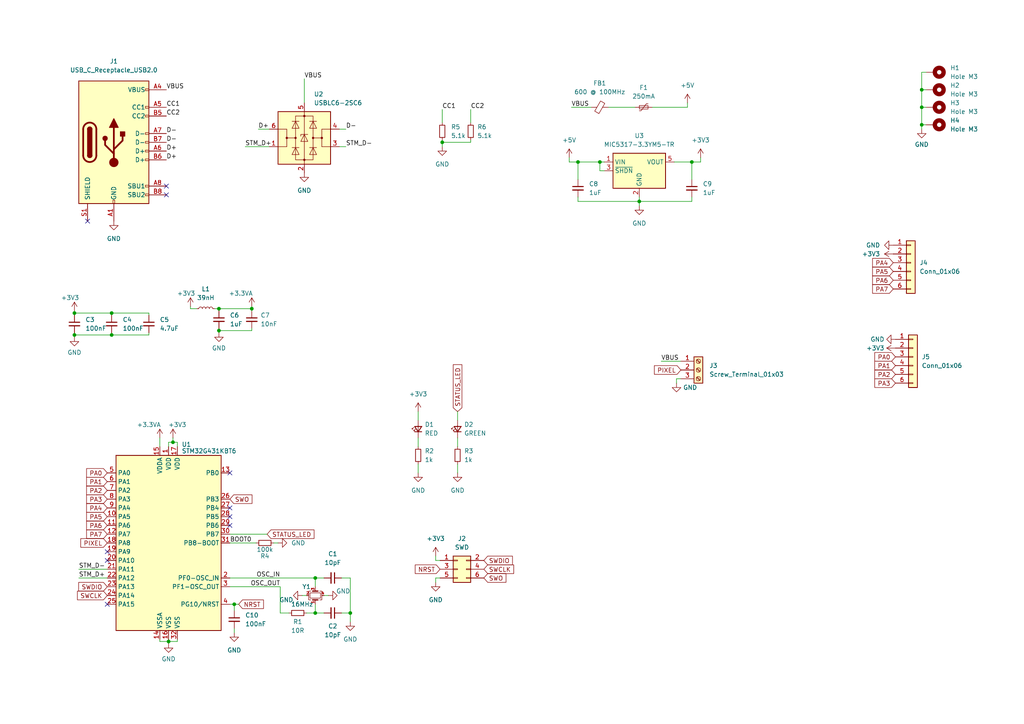
<source format=kicad_sch>
(kicad_sch (version 20211123) (generator eeschema)
  (paper "A4")
  (lib_symbols
    (symbol "Connector:Screw_Terminal_01x03" (pin_names (offset 1.016) hide)
      (property "Reference" "J" (at 0 5.08 0))
      (property "Value" "Screw_Terminal_01x03" (at 0 -5.08 0))
      (symbol "Screw_Terminal_01x03_1_1"
        (rectangle (start -1.27 3.81) (end 1.27 -3.81) (stroke (width 0.254)) (fill (type background)))
        (circle (center 0 -2.54) (radius 0.635) (stroke (width 0.1524)))
        (polyline (pts (xy -0.5334 -2.2098) (xy 0.3302 -3.048)) (stroke (width 0.1524)))
        (polyline (pts (xy -0.5334 0.3302) (xy 0.3302 -0.508)) (stroke (width 0.1524)))
        (polyline (pts (xy -0.5334 2.8702) (xy 0.3302 2.032)) (stroke (width 0.1524)))
        (polyline (pts (xy -0.3556 -2.032) (xy 0.508 -2.8702)) (stroke (width 0.1524)))
        (polyline (pts (xy -0.3556 0.508) (xy 0.508 -0.3302)) (stroke (width 0.1524)))
        (polyline (pts (xy -0.3556 3.048) (xy 0.508 2.2098)) (stroke (width 0.1524)))
        (circle (center 0 0) (radius 0.635) (stroke (width 0.1524)))
        (circle (center 0 2.54) (radius 0.635) (stroke (width 0.1524)))
        (pin passive line (at -5.08 2.54 0) (length 3.81) (name "Pin_1") (number "1"))
        (pin passive line (at -5.08 0 0) (length 3.81) (name "Pin_2") (number "2"))
        (pin passive line (at -5.08 -2.54 0) (length 3.81) (name "Pin_3") (number "3"))
      )
    )
    (symbol "Connector:USB_C_Receptacle_USB2.0" (pin_names (offset 1.016))
      (property "Reference" "J" (at -10.16 19.05 0))
      (property "Value" "USB_C_Receptacle_USB2.0" (at 19.05 19.05 0))
      (symbol "USB_C_Receptacle_USB2.0_0_0"
        (rectangle (start -0.254 -17.78) (end 0.254 -16.764))
        (rectangle (start 10.16 -14.986) (end 9.144 -15.494))
        (rectangle (start 10.16 -12.446) (end 9.144 -12.954))
        (rectangle (start 10.16 -4.826) (end 9.144 -5.334))
        (rectangle (start 10.16 -2.286) (end 9.144 -2.794))
        (rectangle (start 10.16 0.254) (end 9.144 -0.254))
        (rectangle (start 10.16 2.794) (end 9.144 2.286))
        (rectangle (start 10.16 7.874) (end 9.144 7.366))
        (rectangle (start 10.16 10.414) (end 9.144 9.906))
        (rectangle (start 10.16 15.494) (end 9.144 14.986))
      )
      (symbol "USB_C_Receptacle_USB2.0_0_1"
        (rectangle (start -10.16 17.78) (end 10.16 -17.78) (stroke (width 0.254)) (fill (type background)))
        (arc (start -8.89 -3.81) (mid -6.985 -5.715) (end -5.08 -3.81) (stroke (width 0.508)))
        (arc (start -7.62 -3.81) (mid -6.985 -4.445) (end -6.35 -3.81) (stroke (width 0.254)))
        (arc (start -7.62 -3.81) (mid -6.985 -4.445) (end -6.35 -3.81) (stroke (width 0.254)) (fill (type outline)))
        (rectangle (start -7.62 -3.81) (end -6.35 3.81) (stroke (width 0.254)) (fill (type outline)))
        (arc (start -6.35 3.81) (mid -6.985 4.445) (end -7.62 3.81) (stroke (width 0.254)))
        (arc (start -6.35 3.81) (mid -6.985 4.445) (end -7.62 3.81) (stroke (width 0.254)) (fill (type outline)))
        (arc (start -5.08 3.81) (mid -6.985 5.715) (end -8.89 3.81) (stroke (width 0.508)))
        (circle (center -2.54 1.143) (radius 0.635) (stroke (width 0.254)) (fill (type outline)))
        (circle (center 0 -5.842) (radius 1.27) (fill (type outline)))
        (polyline (pts (xy -8.89 -3.81) (xy -8.89 3.81)) (stroke (width 0.508)))
        (polyline (pts (xy -5.08 3.81) (xy -5.08 -3.81)) (stroke (width 0.508)))
        (polyline (pts (xy 0 -5.842) (xy 0 4.318)) (stroke (width 0.508)))
        (polyline (pts (xy 0 -3.302) (xy -2.54 -0.762) (xy -2.54 0.508)) (stroke (width 0.508)))
        (polyline (pts (xy 0 -2.032) (xy 2.54 0.508) (xy 2.54 1.778)) (stroke (width 0.508)))
        (polyline (pts (xy -1.27 4.318) (xy 0 6.858) (xy 1.27 4.318) (xy -1.27 4.318)) (stroke (width 0.254)) (fill (type outline)))
        (rectangle (start 1.905 1.778) (end 3.175 3.048) (stroke (width 0.254)) (fill (type outline)))
      )
      (symbol "USB_C_Receptacle_USB2.0_1_1"
        (pin passive line (at 0 -22.86 90) (length 5.08) (name "GND") (number "A1"))
        (pin passive line (at 0 -22.86 90) (length 5.08) hide (name "GND") (number "A12"))
        (pin passive line (at 15.24 15.24 180) (length 5.08) (name "VBUS") (number "A4"))
        (pin bidirectional line (at 15.24 10.16 180) (length 5.08) (name "CC1") (number "A5"))
        (pin bidirectional line (at 15.24 -2.54 180) (length 5.08) (name "D+") (number "A6"))
        (pin bidirectional line (at 15.24 2.54 180) (length 5.08) (name "D-") (number "A7"))
        (pin bidirectional line (at 15.24 -12.7 180) (length 5.08) (name "SBU1") (number "A8"))
        (pin passive line (at 15.24 15.24 180) (length 5.08) hide (name "VBUS") (number "A9"))
        (pin passive line (at 0 -22.86 90) (length 5.08) hide (name "GND") (number "B1"))
        (pin passive line (at 0 -22.86 90) (length 5.08) hide (name "GND") (number "B12"))
        (pin passive line (at 15.24 15.24 180) (length 5.08) hide (name "VBUS") (number "B4"))
        (pin bidirectional line (at 15.24 7.62 180) (length 5.08) (name "CC2") (number "B5"))
        (pin bidirectional line (at 15.24 -5.08 180) (length 5.08) (name "D+") (number "B6"))
        (pin bidirectional line (at 15.24 0 180) (length 5.08) (name "D-") (number "B7"))
        (pin bidirectional line (at 15.24 -15.24 180) (length 5.08) (name "SBU2") (number "B8"))
        (pin passive line (at 15.24 15.24 180) (length 5.08) hide (name "VBUS") (number "B9"))
        (pin passive line (at -7.62 -22.86 90) (length 5.08) (name "SHIELD") (number "S1"))
      )
    )
    (symbol "Connector_Generic:Conn_01x06" (pin_names (offset 1.016) hide)
      (property "Reference" "J" (at 0 7.62 0))
      (property "Value" "Conn_01x06" (at 0 -10.16 0))
      (symbol "Conn_01x06_1_1"
        (rectangle (start -1.27 -7.493) (end 0 -7.747) (stroke (width 0.1524)))
        (rectangle (start -1.27 -4.953) (end 0 -5.207) (stroke (width 0.1524)))
        (rectangle (start -1.27 -2.413) (end 0 -2.667) (stroke (width 0.1524)))
        (rectangle (start -1.27 0.127) (end 0 -0.127) (stroke (width 0.1524)))
        (rectangle (start -1.27 2.667) (end 0 2.413) (stroke (width 0.1524)))
        (rectangle (start -1.27 5.207) (end 0 4.953) (stroke (width 0.1524)))
        (rectangle (start -1.27 6.35) (end 1.27 -8.89) (stroke (width 0.254)) (fill (type background)))
        (pin passive line (at -5.08 5.08 0) (length 3.81) (name "Pin_1") (number "1"))
        (pin passive line (at -5.08 2.54 0) (length 3.81) (name "Pin_2") (number "2"))
        (pin passive line (at -5.08 0 0) (length 3.81) (name "Pin_3") (number "3"))
        (pin passive line (at -5.08 -2.54 0) (length 3.81) (name "Pin_4") (number "4"))
        (pin passive line (at -5.08 -5.08 0) (length 3.81) (name "Pin_5") (number "5"))
        (pin passive line (at -5.08 -7.62 0) (length 3.81) (name "Pin_6") (number "6"))
      )
    )
    (symbol "Connector_Generic:Conn_02x03_Odd_Even" (pin_names (offset 1.016) hide)
      (property "Reference" "J" (at 1.27 5.08 0))
      (property "Value" "Conn_02x03_Odd_Even" (at 1.27 -5.08 0))
      (symbol "Conn_02x03_Odd_Even_1_1"
        (rectangle (start -1.27 -2.413) (end 0 -2.667) (stroke (width 0.1524)))
        (rectangle (start -1.27 0.127) (end 0 -0.127) (stroke (width 0.1524)))
        (rectangle (start -1.27 2.667) (end 0 2.413) (stroke (width 0.1524)))
        (rectangle (start -1.27 3.81) (end 3.81 -3.81) (stroke (width 0.254)) (fill (type background)))
        (rectangle (start 3.81 -2.413) (end 2.54 -2.667) (stroke (width 0.1524)))
        (rectangle (start 3.81 0.127) (end 2.54 -0.127) (stroke (width 0.1524)))
        (rectangle (start 3.81 2.667) (end 2.54 2.413) (stroke (width 0.1524)))
        (pin passive line (at -5.08 2.54 0) (length 3.81) (name "Pin_1") (number "1"))
        (pin passive line (at 7.62 2.54 180) (length 3.81) (name "Pin_2") (number "2"))
        (pin passive line (at -5.08 0 0) (length 3.81) (name "Pin_3") (number "3"))
        (pin passive line (at 7.62 0 180) (length 3.81) (name "Pin_4") (number "4"))
        (pin passive line (at -5.08 -2.54 0) (length 3.81) (name "Pin_5") (number "5"))
        (pin passive line (at 7.62 -2.54 180) (length 3.81) (name "Pin_6") (number "6"))
      )
    )
    (symbol "Device:C_Small" (pin_numbers hide) (pin_names (offset 0.254) hide)
      (property "Reference" "C" (at 0.254 1.778 0))
      (property "Value" "C_Small" (at 0.254 -2.032 0))
      (symbol "C_Small_0_1"
        (polyline (pts (xy -1.524 -0.508) (xy 1.524 -0.508)) (stroke (width 0.3302)))
        (polyline (pts (xy -1.524 0.508) (xy 1.524 0.508)) (stroke (width 0.3048)))
      )
      (symbol "C_Small_1_1"
        (pin passive line (at 0 2.54 270) (length 2.032) (name "~") (number "1"))
        (pin passive line (at 0 -2.54 90) (length 2.032) (name "~") (number "2"))
      )
    )
    (symbol "Device:Crystal_GND24_Small" (pin_names (offset 1.016) hide)
      (property "Reference" "Y" (at 1.27 4.445 0))
      (property "Value" "Crystal_GND24_Small" (at 1.27 2.54 0))
      (symbol "Crystal_GND24_Small_0_1"
        (rectangle (start -0.762 -1.524) (end 0.762 1.524))
        (polyline (pts (xy -1.27 -0.762) (xy -1.27 0.762)) (stroke (width 0.381)))
        (polyline (pts (xy 1.27 -0.762) (xy 1.27 0.762)) (stroke (width 0.381)))
        (polyline (pts (xy -1.27 -1.27) (xy -1.27 -1.905) (xy 1.27 -1.905) (xy 1.27 -1.27)))
        (polyline (pts (xy -1.27 1.27) (xy -1.27 1.905) (xy 1.27 1.905) (xy 1.27 1.27)))
      )
      (symbol "Crystal_GND24_Small_1_1"
        (pin passive line (at -2.54 0 0) (length 1.27) (name "1") (number "1"))
        (pin passive line (at 0 -2.54 90) (length 0.635) (name "2") (number "2"))
        (pin passive line (at 2.54 0 180) (length 1.27) (name "3") (number "3"))
        (pin passive line (at 0 2.54 270) (length 0.635) (name "4") (number "4"))
      )
    )
    (symbol "Device:FerriteBead_Small" (pin_numbers hide) (pin_names (offset 0))
      (property "Reference" "FB" (at 1.905 1.27 0))
      (property "Value" "FerriteBead_Small" (at 1.905 -1.27 0))
      (symbol "FerriteBead_Small_0_1"
        (polyline (pts (xy 0 -1.27) (xy 0 -0.7874)))
        (polyline (pts (xy 0 0.889) (xy 0 1.2954)))
        (polyline (pts (xy -1.8288 0.2794) (xy -1.1176 1.4986) (xy 1.8288 -0.2032) (xy 1.1176 -1.4224) (xy -1.8288 0.2794)))
      )
      (symbol "FerriteBead_Small_1_1"
        (pin passive line (at 0 2.54 270) (length 1.27) (name "~") (number "1"))
        (pin passive line (at 0 -2.54 90) (length 1.27) (name "~") (number "2"))
      )
    )
    (symbol "Device:LED_Small" (pin_numbers hide) (pin_names (offset 0.254) hide)
      (property "Reference" "D" (at -1.27 3.175 0))
      (property "Value" "LED_Small" (at -4.445 -2.54 0))
      (symbol "LED_Small_0_1"
        (polyline (pts (xy -0.762 -1.016) (xy -0.762 1.016)) (stroke (width 0.254)))
        (polyline (pts (xy 1.016 0) (xy -0.762 0)))
        (polyline (pts (xy 0.762 -1.016) (xy -0.762 0) (xy 0.762 1.016) (xy 0.762 -1.016)) (stroke (width 0.254)))
        (polyline (pts (xy 0 0.762) (xy -0.508 1.27) (xy -0.254 1.27) (xy -0.508 1.27) (xy -0.508 1.016)))
        (polyline (pts (xy 0.508 1.27) (xy 0 1.778) (xy 0.254 1.778) (xy 0 1.778) (xy 0 1.524)))
      )
      (symbol "LED_Small_1_1"
        (pin passive line (at -2.54 0 0) (length 1.778) (name "K") (number "1"))
        (pin passive line (at 2.54 0 180) (length 1.778) (name "A") (number "2"))
      )
    )
    (symbol "Device:L_Small" (pin_numbers hide) (pin_names (offset 0.254) hide)
      (property "Reference" "L" (at 0.762 1.016 0))
      (property "Value" "L_Small" (at 0.762 -1.016 0))
      (symbol "L_Small_0_1"
        (arc (start 0 -2.032) (mid 0.508 -1.524) (end 0 -1.016))
        (arc (start 0 -1.016) (mid 0.508 -0.508) (end 0 0))
        (arc (start 0 0) (mid 0.508 0.508) (end 0 1.016))
        (arc (start 0 1.016) (mid 0.508 1.524) (end 0 2.032))
      )
      (symbol "L_Small_1_1"
        (pin passive line (at 0 2.54 270) (length 0.508) (name "~") (number "1"))
        (pin passive line (at 0 -2.54 90) (length 0.508) (name "~") (number "2"))
      )
    )
    (symbol "Device:Polyfuse_Small" (pin_numbers hide) (pin_names (offset 0))
      (property "Reference" "F" (at -1.905 0 90))
      (property "Value" "Polyfuse_Small" (at 1.905 0 90))
      (symbol "Polyfuse_Small_0_1"
        (rectangle (start -0.508 1.27) (end 0.508 -1.27))
        (polyline (pts (xy 0 2.54) (xy 0 -2.54)))
        (polyline (pts (xy -1.016 1.27) (xy -1.016 0.762) (xy 1.016 -0.762) (xy 1.016 -1.27)))
      )
      (symbol "Polyfuse_Small_1_1"
        (pin passive line (at 0 2.54 270) (length 0.635) (name "~") (number "1"))
        (pin passive line (at 0 -2.54 90) (length 0.635) (name "~") (number "2"))
      )
    )
    (symbol "Device:R_Small" (pin_numbers hide) (pin_names (offset 0.254) hide)
      (property "Reference" "R" (at 0.762 0.508 0))
      (property "Value" "R_Small" (at 0.762 -1.016 0))
      (symbol "R_Small_0_1"
        (rectangle (start -0.762 1.778) (end 0.762 -1.778) (stroke (width 0.2032)))
      )
      (symbol "R_Small_1_1"
        (pin passive line (at 0 2.54 270) (length 0.762) (name "~") (number "1"))
        (pin passive line (at 0 -2.54 90) (length 0.762) (name "~") (number "2"))
      )
    )
    (symbol "Mechanical:MountingHole_Pad" (pin_numbers hide) (pin_names (offset 1.016) hide)
      (property "Reference" "H" (at 0 6.35 0))
      (property "Value" "MountingHole_Pad" (at 0 4.445 0))
      (symbol "MountingHole_Pad_0_1"
        (circle (center 0 1.27) (radius 1.27) (stroke (width 1.27)))
      )
      (symbol "MountingHole_Pad_1_1"
        (pin input line (at 0 -2.54 90) (length 2.54) (name "1") (number "1"))
      )
    )
    (symbol "Power_Protection:USBLC6-2SC6" (pin_names hide)
      (property "Reference" "U" (at 2.54 8.89 0))
      (property "Value" "USBLC6-2SC6" (at 2.54 -8.89 0))
      (symbol "USBLC6-2SC6_0_1"
        (rectangle (start -7.62 -7.62) (end 7.62 7.62) (stroke (width 0.254)) (fill (type background)))
        (circle (center -5.08 0) (radius 0.254) (fill (type outline)))
        (circle (center -2.54 0) (radius 0.254) (fill (type outline)))
        (rectangle (start -2.54 6.35) (end 2.54 -6.35))
        (circle (center 0 -6.35) (radius 0.254) (fill (type outline)))
        (polyline (pts (xy -5.08 -2.54) (xy -7.62 -2.54)))
        (polyline (pts (xy -5.08 0) (xy -5.08 -2.54)))
        (polyline (pts (xy -5.08 2.54) (xy -7.62 2.54)))
        (polyline (pts (xy -1.524 -2.794) (xy -3.556 -2.794)))
        (polyline (pts (xy -1.524 4.826) (xy -3.556 4.826)))
        (polyline (pts (xy 0 -7.62) (xy 0 -6.35)))
        (polyline (pts (xy 0 -6.35) (xy 0 1.27)))
        (polyline (pts (xy 0 1.27) (xy 0 6.35)))
        (polyline (pts (xy 0 6.35) (xy 0 7.62)))
        (polyline (pts (xy 1.524 -2.794) (xy 3.556 -2.794)))
        (polyline (pts (xy 1.524 4.826) (xy 3.556 4.826)))
        (polyline (pts (xy 5.08 -2.54) (xy 7.62 -2.54)))
        (polyline (pts (xy 5.08 0) (xy 5.08 -2.54)))
        (polyline (pts (xy 5.08 2.54) (xy 7.62 2.54)))
        (polyline (pts (xy -2.54 0) (xy -5.08 0) (xy -5.08 2.54)))
        (polyline (pts (xy 2.54 0) (xy 5.08 0) (xy 5.08 2.54)))
        (polyline (pts (xy -3.556 -4.826) (xy -1.524 -4.826) (xy -2.54 -2.794) (xy -3.556 -4.826)))
        (polyline (pts (xy -3.556 2.794) (xy -1.524 2.794) (xy -2.54 4.826) (xy -3.556 2.794)))
        (polyline (pts (xy -1.016 -1.016) (xy 1.016 -1.016) (xy 0 1.016) (xy -1.016 -1.016)))
        (polyline (pts (xy 1.016 1.016) (xy 0.762 1.016) (xy -1.016 1.016) (xy -1.016 0.508)))
        (polyline (pts (xy 3.556 -4.826) (xy 1.524 -4.826) (xy 2.54 -2.794) (xy 3.556 -4.826)))
        (polyline (pts (xy 3.556 2.794) (xy 1.524 2.794) (xy 2.54 4.826) (xy 3.556 2.794)))
        (circle (center 0 6.35) (radius 0.254) (fill (type outline)))
        (circle (center 2.54 0) (radius 0.254) (fill (type outline)))
        (circle (center 5.08 0) (radius 0.254) (fill (type outline)))
      )
      (symbol "USBLC6-2SC6_1_1"
        (pin passive line (at -10.16 -2.54 0) (length 2.54) (name "I/O1") (number "1"))
        (pin passive line (at 0 -10.16 90) (length 2.54) (name "GND") (number "2"))
        (pin passive line (at 10.16 -2.54 180) (length 2.54) (name "I/O2") (number "3"))
        (pin passive line (at 10.16 2.54 180) (length 2.54) (name "I/O2") (number "4"))
        (pin passive line (at 0 10.16 270) (length 2.54) (name "VBUS") (number "5"))
        (pin passive line (at -10.16 2.54 0) (length 2.54) (name "I/O1") (number "6"))
      )
    )
    (symbol "Regulator_Linear:MCP1802x-xx02xOT"
      (property "Reference" "U" (at -6.35 6.35 0))
      (property "Value" "MCP1802x-xx02xOT" (at 0 6.35 0))
      (symbol "MCP1802x-xx02xOT_0_1"
        (rectangle (start -7.62 5.08) (end 7.62 -5.08) (stroke (width 0.254)) (fill (type background)))
      )
      (symbol "MCP1802x-xx02xOT_1_1"
        (pin power_in line (at -10.16 2.54 0) (length 2.54) (name "VIN") (number "1"))
        (pin power_in line (at 0 -7.62 90) (length 2.54) (name "GND") (number "2"))
        (pin input line (at -10.16 0 0) (length 2.54) (name "~{SHDN}") (number "3"))
        (pin no_connect line (at 7.62 0 180) (length 2.54) hide (name "NC") (number "4"))
        (pin power_out line (at 10.16 2.54 180) (length 2.54) (name "VOUT") (number "5"))
      )
    )
    (symbol "STM32G431KBT6:STM32G431KBT6"
      (property "Reference" "U" (at -15.24 26.67 0))
      (property "Value" "STM32G431KBT6" (at 3.81 26.67 0))
      (symbol "STM32G431KBT6_0_1"
        (rectangle (start -15.24 -25.4) (end 15.24 25.4) (stroke (width 0.254)) (fill (type background)))
      )
      (symbol "STM32G431KBT6_1_1"
        (pin power_in line (at 0 27.94 270) (length 2.54) (name "VDD") (number "1"))
        (pin bidirectional line (at -17.78 7.62 0) (length 2.54) (name "PA5") (number "10"))
        (pin bidirectional line (at -17.78 5.08 0) (length 2.54) (name "PA6") (number "11"))
        (pin bidirectional line (at -17.78 2.54 0) (length 2.54) (name "PA7") (number "12"))
        (pin bidirectional line (at 17.78 20.32 180) (length 2.54) (name "PB0") (number "13"))
        (pin power_in line (at -2.54 -27.94 90) (length 2.54) (name "VSSA") (number "14"))
        (pin power_in line (at -2.54 27.94 270) (length 2.54) (name "VDDA") (number "15"))
        (pin power_in line (at 0 -27.94 90) (length 2.54) (name "VSS") (number "16"))
        (pin power_in line (at 2.54 27.94 270) (length 2.54) (name "VDD") (number "17"))
        (pin bidirectional line (at -17.78 0 0) (length 2.54) (name "PA8") (number "18"))
        (pin bidirectional line (at -17.78 -2.54 0) (length 2.54) (name "PA9") (number "19"))
        (pin bidirectional line (at 17.78 -10.16 180) (length 2.54) (name "PF0-OSC_IN") (number "2"))
        (pin bidirectional line (at -17.78 -5.08 0) (length 2.54) (name "PA10") (number "20"))
        (pin bidirectional line (at -17.78 -7.62 0) (length 2.54) (name "PA11") (number "21"))
        (pin bidirectional line (at -17.78 -10.16 0) (length 2.54) (name "PA12") (number "22"))
        (pin bidirectional line (at -17.78 -12.7 0) (length 2.54) (name "PA13") (number "23"))
        (pin bidirectional line (at -17.78 -15.24 0) (length 2.54) (name "PA14") (number "24"))
        (pin bidirectional line (at -17.78 -17.78 0) (length 2.54) (name "PA15") (number "25"))
        (pin bidirectional line (at 17.78 12.7 180) (length 2.54) (name "PB3") (number "26"))
        (pin bidirectional line (at 17.78 10.16 180) (length 2.54) (name "PB4") (number "27"))
        (pin bidirectional line (at 17.78 7.62 180) (length 2.54) (name "PB5") (number "28"))
        (pin bidirectional line (at 17.78 5.08 180) (length 2.54) (name "PB6") (number "29"))
        (pin bidirectional line (at 17.78 -12.7 180) (length 2.54) (name "PF1-OSC_OUT") (number "3"))
        (pin bidirectional line (at 17.78 2.54 180) (length 2.54) (name "PB7") (number "30"))
        (pin bidirectional line (at 17.78 0 180) (length 2.54) (name "PB8-BOOT") (number "31"))
        (pin power_in line (at 2.54 -27.94 90) (length 2.54) (name "VSS") (number "32"))
        (pin bidirectional line (at 17.78 -17.78 180) (length 2.54) (name "PG10/NRST") (number "4"))
        (pin bidirectional line (at -17.78 20.32 0) (length 2.54) (name "PA0") (number "5"))
        (pin bidirectional line (at -17.78 17.78 0) (length 2.54) (name "PA1") (number "6"))
        (pin bidirectional line (at -17.78 15.24 0) (length 2.54) (name "PA2") (number "7"))
        (pin bidirectional line (at -17.78 12.7 0) (length 2.54) (name "PA3") (number "8"))
        (pin bidirectional line (at -17.78 10.16 0) (length 2.54) (name "PA4") (number "9"))
      )
    )
    (symbol "power:+3.3V" (power) (pin_names (offset 0))
      (property "Value" "+3.3V" (at 0 3.556 0))
      (symbol "+3.3V_0_1"
        (polyline (pts (xy -0.762 1.27) (xy 0 2.54)))
        (polyline (pts (xy 0 0) (xy 0 2.54)))
        (polyline (pts (xy 0 2.54) (xy 0.762 1.27)))
      )
      (symbol "+3.3V_1_1"
        (pin power_in line (at 0 0 90) (length 0) hide (name "+3V3") (number "1"))
      )
    )
    (symbol "power:+3.3VA" (power) (pin_names (offset 0))
      (property "Value" "+3.3VA" (at 0 3.556 0))
      (symbol "+3.3VA_0_1"
        (polyline (pts (xy -0.762 1.27) (xy 0 2.54)))
        (polyline (pts (xy 0 0) (xy 0 2.54)))
        (polyline (pts (xy 0 2.54) (xy 0.762 1.27)))
      )
      (symbol "+3.3VA_1_1"
        (pin power_in line (at 0 0 90) (length 0) hide (name "+3.3VA") (number "1"))
      )
    )
    (symbol "power:+5V" (power) (pin_names (offset 0))
      (property "Value" "+5V" (at 0 3.556 0))
      (symbol "+5V_0_1"
        (polyline (pts (xy -0.762 1.27) (xy 0 2.54)))
        (polyline (pts (xy 0 0) (xy 0 2.54)))
        (polyline (pts (xy 0 2.54) (xy 0.762 1.27)))
      )
      (symbol "+5V_1_1"
        (pin power_in line (at 0 0 90) (length 0) hide (name "+5V") (number "1"))
      )
    )
    (symbol "power:GND" (power) (pin_names (offset 0))
      (property "Value" "GND" (at 0 -3.81 0))
      (symbol "GND_0_1"
        (polyline (pts (xy 0 0) (xy 0 -1.27) (xy 1.27 -1.27) (xy 0 -2.54) (xy -1.27 -1.27) (xy 0 -1.27)))
      )
      (symbol "GND_1_1"
        (pin power_in line (at 0 0 270) (length 0) hide (name "GND") (number "1"))
      )
    )
  )
  (junction (at 32.385 90.805))
  (junction (at 267.335 31.115))
  (junction (at 167.64 46.99))
  (junction (at 73.025 89.535))
  (junction (at 200.66 46.99))
  (junction (at 63.5 95.885))
  (junction (at 21.59 90.805))
  (junction (at 173.99 46.99))
  (junction (at 50.165 128.27))
  (junction (at 101.6 177.8))
  (junction (at 185.42 58.42))
  (junction (at 128.27 41.275))
  (junction (at 63.5 89.535))
  (junction (at 32.385 97.155))
  (junction (at 21.59 97.155))
  (junction (at 67.945 175.26))
  (junction (at 91.44 167.64))
  (junction (at 48.895 186.055))
  (junction (at 91.44 177.8))
  (junction (at 267.335 36.195))
  (junction (at 267.335 26.035))
  (no_connect (at 25.4 64.135))
  (no_connect (at 48.26 56.515))
  (no_connect (at 48.26 53.975))
  (no_connect (at 66.675 152.4))
  (no_connect (at 31.115 175.26))
  (no_connect (at 31.115 160.02))
  (no_connect (at 31.115 162.56))
  (no_connect (at 66.675 137.16))
  (no_connect (at 66.675 149.86))
  (no_connect (at 66.675 147.32))
  (wire (pts (xy 62.23 89.535) (xy 63.5 89.535)))
  (wire (pts (xy 51.435 128.27) (xy 51.435 129.54)))
  (wire (pts (xy 71.12 42.545) (xy 78.105 42.545)))
  (wire (pts (xy 67.945 175.26) (xy 69.215 175.26)))
  (wire (pts (xy 101.6 177.8) (xy 101.6 180.34)))
  (wire (pts (xy 66.675 175.26) (xy 67.945 175.26)))
  (wire (pts (xy 88.9 172.72) (xy 87.63 172.72)))
  (wire (pts (xy 98.425 42.545) (xy 100.33 42.545)))
  (wire (pts (xy 66.675 167.64) (xy 91.44 167.64)))
  (wire (pts (xy 79.375 157.48) (xy 80.645 157.48)))
  (wire (pts (xy 132.715 134.62) (xy 132.715 137.16)))
  (wire (pts (xy 136.525 31.75) (xy 136.525 35.56)))
  (wire (pts (xy 128.27 41.275) (xy 136.525 41.275)))
  (wire (pts (xy 67.945 182.245) (xy 67.945 183.515)))
  (wire (pts (xy 185.42 57.15) (xy 185.42 58.42)))
  (wire (pts (xy 83.82 177.8) (xy 81.28 177.8)))
  (wire (pts (xy 200.66 58.42) (xy 200.66 57.15)))
  (wire (pts (xy 91.44 177.8) (xy 88.9 177.8)))
  (wire (pts (xy 267.335 20.955) (xy 268.605 20.955)))
  (wire (pts (xy 93.98 177.8) (xy 91.44 177.8)))
  (wire (pts (xy 121.285 119.38) (xy 121.285 121.92)))
  (wire (pts (xy 132.715 119.38) (xy 132.715 121.92)))
  (wire (pts (xy 63.5 95.25) (xy 63.5 95.885)))
  (wire (pts (xy 88.265 22.86) (xy 88.265 29.845)))
  (wire (pts (xy 32.385 90.805) (xy 43.18 90.805)))
  (wire (pts (xy 91.44 175.26) (xy 91.44 177.8)))
  (wire (pts (xy 267.335 37.465) (xy 267.335 36.195)))
  (wire (pts (xy 126.365 168.91) (xy 126.365 167.64)))
  (wire (pts (xy 165.1 45.72) (xy 165.1 46.99)))
  (wire (pts (xy 267.335 26.035) (xy 268.605 26.035)))
  (wire (pts (xy 48.895 186.055) (xy 46.355 186.055)))
  (wire (pts (xy 267.335 26.035) (xy 267.335 20.955)))
  (wire (pts (xy 22.86 167.64) (xy 31.115 167.64)))
  (wire (pts (xy 173.99 46.99) (xy 167.64 46.99)))
  (wire (pts (xy 95.25 172.72) (xy 93.98 172.72)))
  (wire (pts (xy 199.39 29.845) (xy 199.39 31.115)))
  (wire (pts (xy 50.165 128.27) (xy 51.435 128.27)))
  (wire (pts (xy 21.59 97.155) (xy 21.59 97.79)))
  (wire (pts (xy 128.27 31.75) (xy 128.27 35.56)))
  (wire (pts (xy 185.42 58.42) (xy 185.42 59.69)))
  (wire (pts (xy 167.64 46.99) (xy 167.64 52.07)))
  (wire (pts (xy 200.66 46.99) (xy 203.2 46.99)))
  (wire (pts (xy 191.77 104.775) (xy 197.485 104.775)))
  (wire (pts (xy 81.28 170.18) (xy 81.28 177.8)))
  (wire (pts (xy 21.59 90.805) (xy 21.59 91.44)))
  (wire (pts (xy 121.285 127) (xy 121.285 129.54)))
  (wire (pts (xy 73.025 88.9) (xy 73.025 89.535)))
  (wire (pts (xy 267.335 31.115) (xy 267.335 26.035)))
  (wire (pts (xy 98.425 37.465) (xy 100.33 37.465)))
  (wire (pts (xy 63.5 95.885) (xy 63.5 96.52)))
  (wire (pts (xy 48.895 186.055) (xy 48.895 186.69)))
  (wire (pts (xy 48.895 186.055) (xy 51.435 186.055)))
  (wire (pts (xy 165.735 31.115) (xy 171.45 31.115)))
  (wire (pts (xy 185.42 58.42) (xy 167.64 58.42)))
  (wire (pts (xy 175.26 49.53) (xy 173.99 49.53)))
  (wire (pts (xy 136.525 41.275) (xy 136.525 40.64)))
  (wire (pts (xy 21.59 96.52) (xy 21.59 97.155)))
  (wire (pts (xy 167.64 58.42) (xy 167.64 57.15)))
  (wire (pts (xy 48.895 185.42) (xy 48.895 186.055)))
  (wire (pts (xy 51.435 186.055) (xy 51.435 185.42)))
  (wire (pts (xy 267.335 36.195) (xy 267.335 31.115)))
  (wire (pts (xy 197.485 109.855) (xy 196.215 109.855)))
  (wire (pts (xy 176.53 31.115) (xy 184.15 31.115)))
  (wire (pts (xy 22.86 165.1) (xy 31.115 165.1)))
  (wire (pts (xy 132.715 127) (xy 132.715 129.54)))
  (wire (pts (xy 91.44 170.18) (xy 91.44 167.64)))
  (wire (pts (xy 74.93 37.465) (xy 78.105 37.465)))
  (wire (pts (xy 93.98 167.64) (xy 91.44 167.64)))
  (wire (pts (xy 63.5 89.535) (xy 73.025 89.535)))
  (wire (pts (xy 173.99 46.99) (xy 175.26 46.99)))
  (wire (pts (xy 126.365 167.64) (xy 127.635 167.64)))
  (wire (pts (xy 200.66 46.99) (xy 200.66 52.07)))
  (wire (pts (xy 32.385 96.52) (xy 32.385 97.155)))
  (wire (pts (xy 46.355 127) (xy 46.355 129.54)))
  (wire (pts (xy 101.6 177.8) (xy 99.06 177.8)))
  (wire (pts (xy 63.5 95.885) (xy 73.025 95.885)))
  (wire (pts (xy 121.285 134.62) (xy 121.285 137.16)))
  (wire (pts (xy 50.165 128.27) (xy 48.895 128.27)))
  (wire (pts (xy 77.47 154.94) (xy 66.675 154.94)))
  (wire (pts (xy 165.1 46.99) (xy 167.64 46.99)))
  (wire (pts (xy 189.23 31.115) (xy 199.39 31.115)))
  (wire (pts (xy 43.18 96.52) (xy 43.18 97.155)))
  (wire (pts (xy 32.385 97.155) (xy 43.18 97.155)))
  (wire (pts (xy 128.27 40.64) (xy 128.27 41.275)))
  (wire (pts (xy 63.5 89.535) (xy 63.5 90.17)))
  (wire (pts (xy 195.58 46.99) (xy 200.66 46.99)))
  (wire (pts (xy 203.2 45.72) (xy 203.2 46.99)))
  (wire (pts (xy 99.06 167.64) (xy 101.6 167.64)))
  (wire (pts (xy 21.59 90.805) (xy 32.385 90.805)))
  (wire (pts (xy 126.365 161.29) (xy 126.365 162.56)))
  (wire (pts (xy 55.245 89.535) (xy 57.15 89.535)))
  (wire (pts (xy 66.675 170.18) (xy 81.28 170.18)))
  (wire (pts (xy 267.335 31.115) (xy 268.605 31.115)))
  (wire (pts (xy 128.27 41.275) (xy 128.27 42.545)))
  (wire (pts (xy 101.6 167.64) (xy 101.6 177.8)))
  (wire (pts (xy 48.895 128.27) (xy 48.895 129.54)))
  (wire (pts (xy 21.59 90.17) (xy 21.59 90.805)))
  (wire (pts (xy 267.335 36.195) (xy 268.605 36.195)))
  (wire (pts (xy 50.165 127) (xy 50.165 128.27)))
  (wire (pts (xy 196.215 109.855) (xy 196.215 111.125)))
  (wire (pts (xy 66.675 157.48) (xy 74.295 157.48)))
  (wire (pts (xy 126.365 162.56) (xy 127.635 162.56)))
  (wire (pts (xy 43.18 90.805) (xy 43.18 91.44)))
  (wire (pts (xy 32.385 90.805) (xy 32.385 91.44)))
  (wire (pts (xy 185.42 58.42) (xy 200.66 58.42)))
  (wire (pts (xy 55.245 88.9) (xy 55.245 89.535)))
  (wire (pts (xy 73.025 89.535) (xy 73.025 90.17)))
  (wire (pts (xy 21.59 97.155) (xy 32.385 97.155)))
  (wire (pts (xy 67.945 175.26) (xy 67.945 177.165)))
  (wire (pts (xy 173.99 49.53) (xy 173.99 46.99)))
  (wire (pts (xy 73.025 95.885) (xy 73.025 95.25)))
  (wire (pts (xy 46.355 186.055) (xy 46.355 185.42)))
  (label "D-" (at 48.26 41.275 0))
  (label "D-" (at 48.26 38.735 0))
  (label "D-" (at 100.33 37.465 0))
  (label "VBUS" (at 48.26 26.035 0))
  (label "OSC_OUT" (at 81.28 170.18 180))
  (label "STM_D+" (at 22.86 167.64 0))
  (label "VBUS" (at 191.77 104.775 0))
  (label "STM_D+" (at 71.12 42.545 0))
  (label "CC2" (at 136.525 31.75 0))
  (label "OSC_IN" (at 81.28 167.64 180))
  (label "D+" (at 48.26 43.815 0))
  (label "CC2" (at 48.26 33.655 0))
  (label "STM_D-" (at 22.86 165.1 0))
  (label "BOOT0" (at 66.675 157.48 0))
  (label "VBUS" (at 88.265 22.86 0))
  (label "D+" (at 48.26 46.355 0))
  (label "CC1" (at 128.27 31.75 0))
  (label "STM_D-" (at 100.33 42.545 0))
  (label "D+" (at 74.93 37.465 0))
  (label "CC1" (at 48.26 31.115 0))
  (label "VBUS" (at 165.735 31.115 0))
  (global_label "SWO" (shape input) (at 140.335 167.64 0) (property "Références Inter-Feuilles" "${INTERSHEET_REFS}" (effects hide)))
  (global_label "PA5" (shape input) (at 259.08 78.74 180) (property "Références Inter-Feuilles" "${INTERSHEET_REFS}" (effects hide)))
  (global_label "PA0" (shape input) (at 259.715 103.505 180) (property "Références Inter-Feuilles" "${INTERSHEET_REFS}" (effects hide)))
  (global_label "SWO" (shape input) (at 66.675 144.78 0) (property "Références Inter-Feuilles" "${INTERSHEET_REFS}" (effects hide)))
  (global_label "NRST" (shape input) (at 127.635 165.1 180) (property "Références Inter-Feuilles" "${INTERSHEET_REFS}" (effects hide)))
  (global_label "NRST" (shape input) (at 69.215 175.26 0) (property "Références Inter-Feuilles" "${INTERSHEET_REFS}" (effects hide)))
  (global_label "SWCLK" (shape input) (at 31.115 172.72 180) (property "Références Inter-Feuilles" "${INTERSHEET_REFS}" (effects hide)))
  (global_label "PA4" (shape input) (at 259.08 76.2 180) (property "Références Inter-Feuilles" "${INTERSHEET_REFS}" (effects hide)))
  (global_label "STATUS_LED" (shape input) (at 77.47 154.94 0) (property "Références Inter-Feuilles" "${INTERSHEET_REFS}" (effects hide)))
  (global_label "PA0" (shape input) (at 31.115 137.16 180) (property "Intersheet References" "${INTERSHEET_REFS}" (effects hide)))
  (global_label "PA3" (shape input) (at 259.715 111.125 180) (property "Références Inter-Feuilles" "${INTERSHEET_REFS}" (effects hide)))
  (global_label "PA6" (shape input) (at 259.08 81.28 180) (property "Références Inter-Feuilles" "${INTERSHEET_REFS}" (effects hide)))
  (global_label "PA4" (shape input) (at 31.115 147.32 180) (property "Intersheet References" "${INTERSHEET_REFS}" (effects hide)))
  (global_label "PA3" (shape input) (at 31.115 144.78 180) (property "Intersheet References" "${INTERSHEET_REFS}" (effects hide)))
  (global_label "PA1" (shape input) (at 31.115 139.7 180) (property "Intersheet References" "${INTERSHEET_REFS}" (effects hide)))
  (global_label "PIXEL" (shape input) (at 31.115 157.48 180) (property "Références Inter-Feuilles" "${INTERSHEET_REFS}" (effects hide)))
  (global_label "PA7" (shape input) (at 259.08 83.82 180) (property "Références Inter-Feuilles" "${INTERSHEET_REFS}" (effects hide)))
  (global_label "PIXEL" (shape input) (at 197.485 107.315 180) (property "Références Inter-Feuilles" "${INTERSHEET_REFS}" (effects hide)))
  (global_label "PA6" (shape input) (at 31.115 152.4 180) (property "Intersheet References" "${INTERSHEET_REFS}" (effects hide)))
  (global_label "STATUS_LED" (shape input) (at 132.715 119.38 90) (property "Références Inter-Feuilles" "${INTERSHEET_REFS}" (effects hide)))
  (global_label "SWCLK" (shape input) (at 140.335 165.1 0) (property "Références Inter-Feuilles" "${INTERSHEET_REFS}" (effects hide)))
  (global_label "PA5" (shape input) (at 31.115 149.86 180) (property "Intersheet References" "${INTERSHEET_REFS}" (effects hide)))
  (global_label "PA7" (shape input) (at 31.115 154.94 180) (property "Intersheet References" "${INTERSHEET_REFS}" (effects hide)))
  (global_label "PA2" (shape input) (at 31.115 142.24 180) (property "Intersheet References" "${INTERSHEET_REFS}" (effects hide)))
  (global_label "SWDIO" (shape input) (at 31.115 170.18 180) (property "Références Inter-Feuilles" "${INTERSHEET_REFS}" (effects hide)))
  (global_label "PA2" (shape input) (at 259.715 108.585 180) (property "Références Inter-Feuilles" "${INTERSHEET_REFS}" (effects hide)))
  (global_label "PA1" (shape input) (at 259.715 106.045 180) (property "Références Inter-Feuilles" "${INTERSHEET_REFS}" (effects hide)))
  (global_label "SWDIO" (shape input) (at 140.335 162.56 0) (property "Références Inter-Feuilles" "${INTERSHEET_REFS}" (effects hide)))
  (symbol (lib_id "Device:Crystal_GND24_Small") (at 91.44 172.72 270) (mirror x) (unit 1)
    (property "Reference" "Y1" (at 88.9 170.18 90))
    (property "Value" "16MHz" (at 87.63 175.26 90))
    (property "Footprint" "Crystal:Crystal_SMD_EuroQuartz_MT-4Pin_3.2x2.5mm" (effects hide))
    (property "Farnell" "2853935" (effects hide))
  )
  (symbol (lib_id "power:+3.3V") (at 259.08 73.66 90) (unit 1)
    (property "Reference" "#PWR0131" (effects hide))
    (property "Value" "+3.3V" (at 255.27 73.6599 90) (effects (justify left)))
  )
  (symbol (lib_id "Device:LED_Small") (at 132.715 124.46 90) (unit 1)
    (property "Reference" "D2" (at 134.62 123.1264 90) (effects (justify right)))
    (property "Value" "GREEN" (at 134.62 125.6664 90) (effects (justify right)))
    (property "Footprint" "LED_SMD:LED_0603_1608Metric" (effects hide))
  )
  (symbol (lib_id "Device:C_Small") (at 96.52 167.64 270) (mirror x) (unit 1)
    (property "Reference" "C1" (at 96.5136 160.655 90))
    (property "Value" "10pF" (at 96.5136 163.195 90))
    (property "Footprint" "Capacitor_SMD:C_0603_1608Metric" (effects hide))
  )
  (symbol (lib_id "power:+3.3V") (at 121.285 119.38 0) (unit 1)
    (property "Reference" "#PWR0116" (effects hide))
    (property "Value" "+3.3V" (at 121.285 114.3 0))
  )
  (symbol (lib_id "Device:R_Small") (at 86.36 177.8 270) (mirror x) (unit 1)
    (property "Reference" "R1" (at 86.36 180.34 90))
    (property "Value" "10R" (at 86.36 182.88 90))
    (property "Footprint" "Resistor_SMD:R_0603_1608Metric" (effects hide))
  )
  (symbol (lib_id "Device:C_Small") (at 43.18 93.98 0) (mirror y) (unit 1)
    (property "Reference" "C5" (at 46.355 92.7162 0) (effects (justify right)))
    (property "Value" "4.7uF" (at 46.355 95.2562 0) (effects (justify right)))
    (property "Footprint" "Capacitor_SMD:C_0603_1608Metric" (effects hide))
  )
  (symbol (lib_id "power:+3.3VA") (at 73.025 88.9 0) (unit 1)
    (property "Reference" "#PWR0111" (effects hide))
    (property "Value" "+3.3VA" (at 69.85 85.09 0))
  )
  (symbol (lib_id "power:GND") (at 88.265 50.165 0) (unit 1)
    (property "Reference" "#PWR0103" (effects hide))
    (property "Value" "GND" (at 88.265 55.245 0))
  )
  (symbol (lib_id "Connector:USB_C_Receptacle_USB2.0") (at 33.02 41.275 0) (unit 1)
    (property "Reference" "J1" (at 33.02 17.78 0))
    (property "Value" "USB_C_Receptacle_USB2.0" (at 33.02 20.32 0))
    (property "Footprint" "Connector_USB:USB_C_Receptacle_HRO_TYPE-C-31-M-12" (effects hide))
    (property "Datasheet" "https://www.usb.org/sites/default/files/documents/usb_type-c.zip" (effects hide))
  )
  (symbol (lib_id "Connector_Generic:Conn_02x03_Odd_Even") (at 132.715 165.1 0) (unit 1)
    (property "Reference" "J2" (at 133.985 156.21 0))
    (property "Value" "SWD" (at 133.985 158.75 0))
    (property "Footprint" "solderless_swd:solderless_swd" (effects hide))
  )
  (symbol (lib_id "power:GND") (at 63.5 96.52 0) (unit 1)
    (property "Reference" "#PWR0112" (effects hide))
    (property "Value" "GND" (at 63.5 100.965 0))
  )
  (symbol (lib_id "Device:C_Small") (at 21.59 93.98 0) (mirror y) (unit 1)
    (property "Reference" "C3" (at 24.765 92.7162 0) (effects (justify right)))
    (property "Value" "100nF" (at 24.765 95.2562 0) (effects (justify right)))
    (property "Footprint" "Capacitor_SMD:C_0603_1608Metric" (effects hide))
  )
  (symbol (lib_id "Device:Polyfuse_Small") (at 186.69 31.115 90) (unit 1)
    (property "Reference" "F1" (at 186.69 25.4 90))
    (property "Value" "250mA" (at 186.69 27.94 90))
    (property "Footprint" "Fuse:Fuse_1206_3216Metric" (effects hide))
    (property "Farnell" "2834880" (effects hide))
  )
  (symbol (lib_id "power:GND") (at 185.42 59.69 0) (unit 1)
    (property "Reference" "#PWR0113" (effects hide))
    (property "Value" "GND" (at 185.42 64.77 0))
  )
  (symbol (lib_id "STM32G431KBT6:STM32G431KBT6") (at 48.895 157.48 0) (unit 1)
    (property "Reference" "U1" (at 52.705 128.905 0) (effects (justify left)))
    (property "Value" "STM32G431KBT6" (at 52.705 130.81 0) (effects (justify left)))
    (property "Footprint" "Package_QFP:LQFP-32_7x7mm_P0.8mm" (effects hide))
    (property "Datasheet" "https://www.st.com/en/microcontrollers-microprocessors/stm32g431kb.html" (effects hide))
  )
  (symbol (lib_id "power:+3.3V") (at 203.2 45.72 0) (unit 1)
    (property "Reference" "#PWR0114" (effects hide))
    (property "Value" "+3.3V" (at 203.2 40.64 0))
  )
  (symbol (lib_id "Device:C_Small") (at 167.64 54.61 0) (unit 1)
    (property "Reference" "C8" (at 170.815 53.3462 0) (effects (justify left)))
    (property "Value" "1uF" (at 170.815 55.8862 0) (effects (justify left)))
    (property "Footprint" "Capacitor_SMD:C_0603_1608Metric" (effects hide))
  )
  (symbol (lib_id "Device:LED_Small") (at 121.285 124.46 90) (unit 1)
    (property "Reference" "D1" (at 123.19 123.1264 90) (effects (justify right)))
    (property "Value" "RED" (at 123.19 125.6664 90) (effects (justify right)))
    (property "Footprint" "LED_SMD:LED_0603_1608Metric" (effects hide))
  )
  (symbol (lib_id "Device:R_Small") (at 121.285 132.08 0) (unit 1)
    (property "Reference" "R2" (at 123.19 130.8099 0) (effects (justify left)))
    (property "Value" "1k" (at 123.19 133.3499 0) (effects (justify left)))
    (property "Footprint" "Resistor_SMD:R_0603_1608Metric" (effects hide))
  )
  (symbol (lib_id "Device:R_Small") (at 136.525 38.1 0) (unit 1)
    (property "Reference" "R6" (at 138.43 36.8299 0) (effects (justify left)))
    (property "Value" "5.1k" (at 138.43 39.3699 0) (effects (justify left)))
    (property "Footprint" "Resistor_SMD:R_0603_1608Metric_Pad0.98x0.95mm_HandSolder" (effects hide))
  )
  (symbol (lib_id "power:+3.3V") (at 21.59 90.17 0) (mirror y) (unit 1)
    (property "Reference" "#PWR0107" (effects hide))
    (property "Value" "+3.3V" (at 20.32 86.36 0))
  )
  (symbol (lib_id "Device:R_Small") (at 128.27 38.1 0) (unit 1)
    (property "Reference" "R5" (at 130.81 36.8299 0) (effects (justify left)))
    (property "Value" "5.1k" (at 130.81 39.3699 0) (effects (justify left)))
    (property "Footprint" "Resistor_SMD:R_0603_1608Metric_Pad0.98x0.95mm_HandSolder" (effects hide))
  )
  (symbol (lib_id "Device:C_Small") (at 32.385 93.98 0) (mirror y) (unit 1)
    (property "Reference" "C4" (at 35.56 92.7162 0) (effects (justify right)))
    (property "Value" "100nF" (at 35.56 95.2562 0) (effects (justify right)))
    (property "Footprint" "Capacitor_SMD:C_0603_1608Metric" (effects hide))
  )
  (symbol (lib_id "Device:C_Small") (at 73.025 92.71 0) (mirror y) (unit 1)
    (property "Reference" "C7" (at 75.565 91.4462 0) (effects (justify right)))
    (property "Value" "10nF" (at 75.565 93.9862 0) (effects (justify right)))
    (property "Footprint" "Capacitor_SMD:C_0603_1608Metric" (effects hide))
  )
  (symbol (lib_id "power:GND") (at 87.63 172.72 270) (mirror x) (unit 1)
    (property "Reference" "#PWR0106" (effects hide))
    (property "Value" "GND" (at 85.09 173.99 90) (effects (justify right)))
  )
  (symbol (lib_id "Connector_Generic:Conn_01x06") (at 264.795 103.505 0) (unit 1)
    (property "Reference" "J5" (at 267.335 103.5049 0) (effects (justify left)))
    (property "Value" "Conn_01x06" (at 267.335 106.0449 0) (effects (justify left)))
    (property "Footprint" "Connector_PinHeader_2.54mm:PinHeader_1x06_P2.54mm_Vertical" (effects hide))
  )
  (symbol (lib_id "power:GND") (at 259.715 98.425 270) (unit 1)
    (property "Reference" "#PWR0128" (effects hide))
    (property "Value" "GND" (at 256.54 98.4249 90) (effects (justify right)))
  )
  (symbol (lib_id "power:+3.3V") (at 259.715 100.965 90) (unit 1)
    (property "Reference" "#PWR0130" (effects hide))
    (property "Value" "+3.3V" (at 256.54 100.9649 90) (effects (justify left)))
  )
  (symbol (lib_id "Regulator_Linear:MCP1802x-xx02xOT") (at 185.42 49.53 0) (unit 1)
    (property "Reference" "U3" (at 185.42 39.37 0))
    (property "Value" "MIC5317-3.3YM5-TR" (at 185.42 41.91 0))
    (property "Footprint" "Package_TO_SOT_SMD:SOT-23-5" (effects hide))
    (property "Datasheet" "http://ww1.microchip.com/downloads/en/DeviceDoc/22053C.pdf" (effects hide))
    (property "Farnell" "2920683" (effects hide))
    (property "Footprint" "Package_TO_SOT_SMD:SOT-23-5" (effects hide))
    (property "Reference" "U3" (effects hide))
    (property "Value" "MIC5317-3.3YM5-TR" (effects hide))
  )
  (symbol (lib_id "power:GND") (at 259.08 71.12 270) (unit 1)
    (property "Reference" "#PWR0129" (effects hide))
    (property "Value" "GND" (at 255.27 71.1199 90) (effects (justify right)))
  )
  (symbol (lib_id "Mechanical:MountingHole_Pad") (at 271.145 26.035 270) (unit 1)
    (property "Reference" "H2" (at 275.59 24.7649 90) (effects (justify left)))
    (property "Value" "Hole M3" (at 275.59 27.3049 90) (effects (justify left)))
    (property "Footprint" "MountingHole:MountingHole_3.2mm_M3_Pad_Via" (effects hide))
  )
  (symbol (lib_id "Device:C_Small") (at 200.66 54.61 0) (unit 1)
    (property "Reference" "C9" (at 203.835 53.3462 0) (effects (justify left)))
    (property "Value" "1uF" (at 203.835 55.8862 0) (effects (justify left)))
    (property "Footprint" "Capacitor_SMD:C_0603_1608Metric" (effects hide))
  )
  (symbol (lib_id "Device:FerriteBead_Small") (at 173.99 31.115 90) (unit 1)
    (property "Reference" "FB1" (at 173.9519 24.13 90))
    (property "Value" "600 @ 100MHz" (at 173.9519 26.67 90))
    (property "Footprint" "Inductor_SMD:L_0805_2012Metric" (effects hide))
    (property "Farnell" "2292460" (effects hide))
    (property "Footprint" "Inductor_SMD:L_0805_2012Metric" (effects hide))
    (property "Reference" "FB1" (effects hide))
    (property "Value" "600 @ 100MHz" (effects hide))
  )
  (symbol (lib_id "power:+3.3VA") (at 46.355 127 0) (unit 1)
    (property "Reference" "#PWR0109" (effects hide))
    (property "Value" "+3.3VA" (at 43.18 123.19 0))
  )
  (symbol (lib_id "Device:C_Small") (at 67.945 179.705 0) (mirror y) (unit 1)
    (property "Reference" "C10" (at 71.12 178.4412 0) (effects (justify right)))
    (property "Value" "100nF" (at 71.12 180.9812 0) (effects (justify right)))
    (property "Footprint" "Capacitor_SMD:C_0603_1608Metric" (effects hide))
  )
  (symbol (lib_id "power:+3.3V") (at 126.365 161.29 0) (unit 1)
    (property "Reference" "#PWR0124" (effects hide))
    (property "Value" "+3.3V" (at 126.365 156.21 0))
  )
  (symbol (lib_id "Device:R_Small") (at 132.715 132.08 0) (unit 1)
    (property "Reference" "R3" (at 134.62 130.8099 0) (effects (justify left)))
    (property "Value" "1k" (at 134.62 133.3499 0) (effects (justify left)))
    (property "Footprint" "Resistor_SMD:R_0603_1608Metric" (effects hide))
  )
  (symbol (lib_id "Device:L_Small") (at 59.69 89.535 90) (unit 1)
    (property "Reference" "L1" (at 59.69 83.82 90))
    (property "Value" "39nH" (at 59.69 86.36 90))
    (property "Footprint" "Inductor_SMD:L_0603_1608Metric" (effects hide))
  )
  (symbol (lib_id "power:GND") (at 267.335 37.465 0) (unit 1)
    (property "Reference" "#PWR0125" (effects hide))
    (property "Value" "GND" (at 267.335 41.91 0))
  )
  (symbol (lib_id "Mechanical:MountingHole_Pad") (at 271.145 36.195 270) (unit 1)
    (property "Reference" "H4" (at 275.59 34.9249 90) (effects (justify left)))
    (property "Value" "Hole M3" (at 275.59 37.4649 90) (effects (justify left)))
    (property "Footprint" "MountingHole:MountingHole_3.2mm_M3_Pad_Via" (effects hide))
  )
  (symbol (lib_id "power:GND") (at 21.59 97.79 0) (unit 1)
    (property "Reference" "#PWR0108" (effects hide))
    (property "Value" "GND" (at 21.59 102.235 0))
  )
  (symbol (lib_id "power:+5V") (at 199.39 29.845 0) (unit 1)
    (property "Reference" "#PWR0118" (effects hide))
    (property "Value" "+5V" (at 199.39 24.765 0))
  )
  (symbol (lib_id "power:+3.3V") (at 50.165 127 0) (unit 1)
    (property "Reference" "#PWR0110" (effects hide))
    (property "Value" "+3.3V" (at 51.435 123.19 0))
  )
  (symbol (lib_id "power:GND") (at 128.27 42.545 0) (unit 1)
    (property "Reference" "#PWR0126" (effects hide))
    (property "Value" "GND" (at 128.27 47.625 0))
  )
  (symbol (lib_id "power:GND") (at 101.6 180.34 0) (mirror y) (unit 1)
    (property "Reference" "#PWR0105" (effects hide))
    (property "Value" "GND" (at 101.6 185.42 0))
  )
  (symbol (lib_id "power:GND") (at 196.215 111.125 0) (unit 1)
    (property "Reference" "#PWR0127" (effects hide))
    (property "Value" "GND" (at 198.12 112.3949 0) (effects (justify left)))
  )
  (symbol (lib_id "power:GND") (at 33.02 64.135 0) (unit 1)
    (property "Reference" "#PWR0101" (effects hide))
    (property "Value" "GND" (at 33.02 69.215 0))
  )
  (symbol (lib_id "power:+3.3V") (at 55.245 88.9 0) (mirror y) (unit 1)
    (property "Reference" "#PWR0119" (effects hide))
    (property "Value" "+3.3V" (at 53.975 85.09 0))
  )
  (symbol (lib_id "power:GND") (at 132.715 137.16 0) (unit 1)
    (property "Reference" "#PWR0123" (effects hide))
    (property "Value" "GND" (at 132.715 142.24 0))
  )
  (symbol (lib_id "Connector:Screw_Terminal_01x03") (at 202.565 107.315 0) (unit 1)
    (property "Reference" "J3" (at 205.74 106.0449 0) (effects (justify left)))
    (property "Value" "Screw_Terminal_01x03" (at 205.74 108.5849 0) (effects (justify left)))
    (property "Footprint" "TerminalBlock_Phoenix:TerminalBlock_Phoenix_MPT-0,5-3-2.54_1x03_P2.54mm_Horizontal" (effects hide))
  )
  (symbol (lib_id "power:GND") (at 121.285 137.16 0) (unit 1)
    (property "Reference" "#PWR0115" (effects hide))
    (property "Value" "GND" (at 121.285 142.24 0))
  )
  (symbol (lib_id "Connector_Generic:Conn_01x06") (at 264.16 76.2 0) (unit 1)
    (property "Reference" "J4" (at 266.7 76.1999 0) (effects (justify left)))
    (property "Value" "Conn_01x06" (at 266.7 78.7399 0) (effects (justify left)))
    (property "Footprint" "Connector_PinHeader_2.54mm:PinHeader_1x06_P2.54mm_Vertical" (effects hide))
  )
  (symbol (lib_id "Mechanical:MountingHole_Pad") (at 271.145 20.955 270) (unit 1)
    (property "Reference" "H1" (at 275.59 19.6849 90) (effects (justify left)))
    (property "Value" "Hole M3" (at 275.59 22.2249 90) (effects (justify left)))
    (property "Footprint" "MountingHole:MountingHole_3.2mm_M3_Pad_Via" (effects hide))
  )
  (symbol (lib_id "Device:C_Small") (at 63.5 92.71 0) (mirror y) (unit 1)
    (property "Reference" "C6" (at 66.675 91.4462 0) (effects (justify right)))
    (property "Value" "1uF" (at 66.675 93.9862 0) (effects (justify right)))
    (property "Footprint" "Capacitor_SMD:C_0603_1608Metric" (effects hide))
  )
  (symbol (lib_id "power:GND") (at 126.365 168.91 0) (mirror y) (unit 1)
    (property "Reference" "#PWR0121" (effects hide))
    (property "Value" "GND" (at 126.365 173.99 0))
  )
  (symbol (lib_id "Device:R_Small") (at 76.835 157.48 90) (unit 1)
    (property "Reference" "R4" (at 76.835 161.29 90))
    (property "Value" "100k" (at 76.835 159.385 90))
    (property "Footprint" "Resistor_SMD:R_0603_1608Metric" (effects hide))
  )
  (symbol (lib_id "Power_Protection:USBLC6-2SC6") (at 88.265 40.005 0) (unit 1)
    (property "Reference" "U2" (at 91.0337 27.305 0) (effects (justify left)))
    (property "Value" "USBLC6-2SC6" (at 91.0337 29.845 0) (effects (justify left)))
    (property "Footprint" "Package_TO_SOT_SMD:SOT-23-6" (effects hide))
    (property "Datasheet" "https://www.st.com/resource/en/datasheet/usblc6-2.pdf" (effects hide))
  )
  (symbol (lib_id "power:GND") (at 95.25 172.72 90) (mirror x) (unit 1)
    (property "Reference" "#PWR0104" (effects hide))
    (property "Value" "GND" (at 101.6 171.45 90) (effects (justify left)))
  )
  (symbol (lib_id "power:GND") (at 48.895 186.69 0) (unit 1)
    (property "Reference" "#PWR0102" (effects hide))
    (property "Value" "GND" (at 48.895 191.135 0))
  )
  (symbol (lib_id "Mechanical:MountingHole_Pad") (at 271.145 31.115 270) (unit 1)
    (property "Reference" "H3" (at 275.59 29.8449 90) (effects (justify left)))
    (property "Value" "Hole M3" (at 275.59 32.3849 90) (effects (justify left)))
    (property "Footprint" "MountingHole:MountingHole_3.2mm_M3_Pad_Via" (effects hide))
  )
  (symbol (lib_id "Device:C_Small") (at 96.52 177.8 270) (mirror x) (unit 1)
    (property "Reference" "C2" (at 96.52 181.61 90))
    (property "Value" "10pF" (at 96.52 184.15 90))
    (property "Footprint" "Capacitor_SMD:C_0603_1608Metric" (effects hide))
  )
  (symbol (lib_id "power:+5V") (at 165.1 45.72 0) (unit 1)
    (property "Reference" "#PWR0117" (effects hide))
    (property "Value" "+5V" (at 165.1 40.64 0))
  )
  (symbol (lib_id "power:GND") (at 80.645 157.48 90) (unit 1)
    (property "Reference" "#PWR0122" (effects hide))
    (property "Value" "GND" (at 84.455 157.4799 90) (effects (justify right)))
  )
  (symbol (lib_id "power:GND") (at 67.945 183.515 0) (mirror y) (unit 1)
    (property "Reference" "#PWR0120" (effects hide))
    (property "Value" "GND" (at 67.945 188.595 0))
  )
)
</source>
